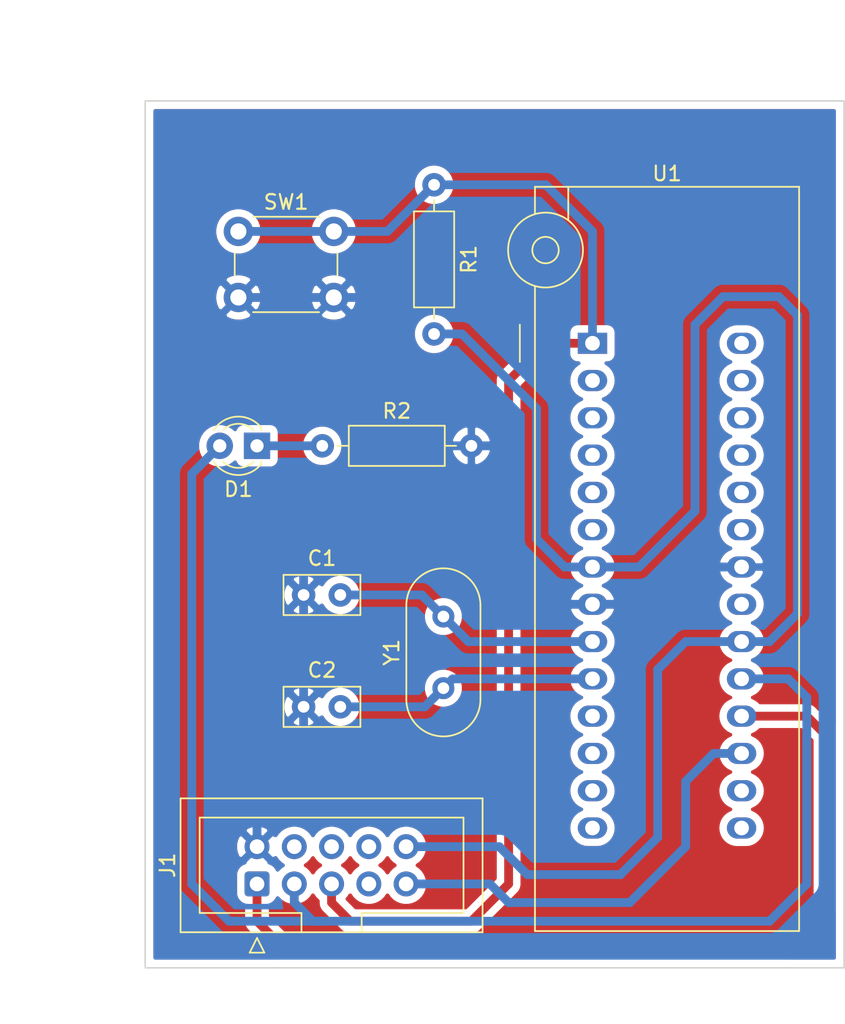
<source format=kicad_pcb>
(kicad_pcb (version 20221018) (generator pcbnew)
  (title_block (title "ATMEGA328 MINIMO") (date "2021-07-27") (rev "1") (company "LUCAS MARTÍN TRESER"))
  (layers (0 "F.Cu" signal) (31 "B.Cu" signal) (34 "B.Paste" user) (35 "F.Paste" user) (36 "B.SilkS" user "B.Silkscreen") (37 "F.SilkS" user "F.Silkscreen") (38 "B.Mask" user) (39 "F.Mask" user) (44 "Edge.Cuts" user))
  (net 0 "")
  (net 1 "Net-(C1-Pad2)")
  (net 2 "GND")
  (net 3 "Net-(C2-Pad2)")
  (net 4 "/D13")
  (net 5 "Net-(D1-Pad1)")
  (net 6 "+5V")
  (net 7 "Net-(J1-Pad8)")
  (net 8 "Net-(J1-Pad6)")
  (net 9 "Net-(J1-Pad4)")
  (net 10 "/D11")
  (net 11 "Net-(J1-Pad7)")
  (net 12 "/RST")
  (net 13 "/D12")
  (net 14 "/A5")
  (net 15 "/D8")
  (net 16 "/A4")
  (net 17 "/D7")
  (net 18 "/A3")
  (net 19 "/D6")
  (net 20 "/A2")
  (net 21 "/D5")
  (net 22 "/A1")
  (net 23 "/A0")
  (net 24 "/AREF")
  (net 25 "/D4")
  (net 26 "/D3")
  (net 27 "/D2")
  (net 28 "/D1")
  (net 29 "/D10")
  (net 30 "/D0")
  (net 31 "/D9")
  (footprint "Capacitor_THT:C_Disc_D5.0mm_W2.5mm_P2.50mm" (layer "F.Cu") (at 134.62 92.71)
    (fp_text reference "C1" (at 1.25 -2.5) (layer "F.SilkS"))
    (fp_text value "22pF")
    (fp_line (start -1.37 -1.37) (end -1.37 1.37) (stroke (width 0.12)) (layer "F.SilkS"))
    (fp_line (start -1.37 -1.37) (end 3.87 -1.37) (stroke (width 0.12)) (layer "F.SilkS"))
    (fp_line (start -1.37 1.37) (end 3.87 1.37) (stroke (width 0.12)) (layer "F.SilkS"))
    (fp_line (start 3.87 -1.37) (end 3.87 1.37) (stroke (width 0.12)) (layer "F.SilkS"))
    (pad "1" thru_hole circle (at 0 0) (size 1.6 1.6) (drill 0.8) (layers "*.Cu" "*.Mask") (net 2 "GND"))
    (pad "2" thru_hole circle (at 2.5 0) (size 1.6 1.6) (drill 0.8) (layers "*.Cu" "*.Mask") (net 1 "Net-(C1-Pad2)"))
  )
  (footprint "Capacitor_THT:C_Disc_D5.0mm_W2.5mm_P2.50mm" (layer "F.Cu") (at 134.62 100.33)
    (fp_text reference "C2" (at 1.25 -2.5) (layer "F.SilkS"))
    (fp_text value "22pF")
    (fp_line (start -1.37 -1.37) (end -1.37 1.37) (stroke (width 0.12)) (layer "F.SilkS"))
    (fp_line (start -1.37 -1.37) (end 3.87 -1.37) (stroke (width 0.12)) (layer "F.SilkS"))
    (fp_line (start -1.37 1.37) (end 3.87 1.37) (stroke (width 0.12)) (layer "F.SilkS"))
    (fp_line (start 3.87 -1.37) (end 3.87 1.37) (stroke (width 0.12)) (layer "F.SilkS"))
    (pad "1" thru_hole circle (at 0 0) (size 1.6 1.6) (drill 0.8) (layers "*.Cu" "*.Mask") (net 2 "GND"))
    (pad "2" thru_hole circle (at 2.5 0) (size 1.6 1.6) (drill 0.8) (layers "*.Cu" "*.Mask") (net 3 "Net-(C2-Pad2)"))
  )
  (footprint "LED_THT:LED_D3.0mm" (layer "F.Cu") (at 131.445 82.55 180)
    (fp_text reference "D1" (at 1.27 -2.96) (layer "F.SilkS"))
    (fp_text value "LED")
    (fp_line (start -0.29 -1.236) (end -0.29 -1.08) (stroke (width 0.12)) (layer "F.SilkS"))
    (fp_line (start -0.29 1.08) (end -0.29 1.236) (stroke (width 0.12)) (layer "F.SilkS"))
    (fp_arc (start -0.29 -1.235516) (mid 1.366487 -1.987659) (end 2.942335 -1.078608) (stroke (width 0.12)) (layer "F.SilkS"))
    (fp_arc (start 0.229039 -1.08) (mid 1.270117 -1.5) (end 2.31113 -1.079837) (stroke (width 0.12)) (layer "F.SilkS"))
    (fp_arc (start 2.31113 1.079837) (mid 1.270117 1.5) (end 0.229039 1.08) (stroke (width 0.12)) (layer "F.SilkS"))
    (fp_arc (start 2.942335 1.078608) (mid 1.366487 1.987659) (end -0.29 1.235516) (stroke (width 0.12)) (layer "F.SilkS"))
    (pad "1" thru_hole rect (at 0 0 180) (size 1.8 1.8) (drill 0.9) (layers "*.Cu" "*.Mask") (net 5 "Net-(D1-Pad1)"))
    (pad "2" thru_hole circle (at 2.54 0 180) (size 1.8 1.8) (drill 0.9) (layers "*.Cu" "*.Mask") (net 4 "/D13"))
  )
  (footprint "Connector_IDC:IDC-Header_2x05_P2.54mm_Vertical" (layer "F.Cu") (at 131.445 112.395 90)
    (fp_text reference "J1" (at 1.27 -6.1 90) (layer "F.SilkS"))
    (fp_text value "ISP")
    (fp_line (start -4.68 -0.5) (end -4.68 0.5) (stroke (width 0.12)) (layer "F.SilkS"))
    (fp_line (start -4.68 0.5) (end -3.68 0) (stroke (width 0.12)) (layer "F.SilkS"))
    (fp_line (start -3.68 0) (end -4.68 -0.5) (stroke (width 0.12)) (layer "F.SilkS"))
    (fp_line (start -3.29 -5.21) (end 5.83 -5.21) (stroke (width 0.12)) (layer "F.SilkS"))
    (fp_line (start -3.29 3.03) (end -1.98 3.03) (stroke (width 0.12)) (layer "F.SilkS"))
    (fp_line (start -3.29 15.37) (end -3.29 -5.21) (stroke (width 0.12)) (layer "F.SilkS"))
    (fp_line (start -1.98 -3.91) (end 4.52 -3.91) (stroke (width 0.12)) (layer "F.SilkS"))
    (fp_line (start -1.98 3.03) (end -1.98 -3.91) (stroke (width 0.12)) (layer "F.SilkS"))
    (fp_line (start -1.98 7.13) (end -3.29 7.13) (stroke (width 0.12)) (layer "F.SilkS"))
    (fp_line (start -1.98 7.13) (end -1.98 7.13) (stroke (width 0.12)) (layer "F.SilkS"))
    (fp_line (start -1.98 14.07) (end -1.98 7.13) (stroke (width 0.12)) (layer "F.SilkS"))
    (fp_line (start 4.52 -3.91) (end 4.52 14.07) (stroke (width 0.12)) (layer "F.SilkS"))
    (fp_line (start 4.52 14.07) (end -1.98 14.07) (stroke (width 0.12)) (layer "F.SilkS"))
    (fp_line (start 5.83 -5.21) (end 5.83 15.37) (stroke (width 0.12)) (layer "F.SilkS"))
    (fp_line (start 5.83 15.37) (end -3.29 15.37) (stroke (width 0.12)) (layer "F.SilkS"))
    (pad "1" thru_hole roundrect (at 0 0 90) (size 1.7 1.7) (drill 1) (layers "*.Cu" "*.Mask") (roundrect_rratio 0.147059) (net 13 "/D12"))
    (pad "2" thru_hole circle (at 2.54 0 90) (size 1.7 1.7) (drill 1) (layers "*.Cu" "*.Mask") (net 2 "GND"))
    (pad "3" thru_hole circle (at 0 2.54 90) (size 1.7 1.7) (drill 1) (layers "*.Cu" "*.Mask") (net 4 "/D13"))
    (pad "4" thru_hole circle (at 2.54 2.54 90) (size 1.7 1.7) (drill 1) (layers "*.Cu" "*.Mask") (net 9 "Net-(J1-Pad4)"))
    (pad "5" thru_hole circle (at 0 5.08 90) (size 1.7 1.7) (drill 1) (layers "*.Cu" "*.Mask") (net 12 "/RST"))
    (pad "6" thru_hole circle (at 2.54 5.08 90) (size 1.7 1.7) (drill 1) (layers "*.Cu" "*.Mask") (net 8 "Net-(J1-Pad6)"))
    (pad "7" thru_hole circle (at 0 7.62 90) (size 1.7 1.7) (drill 1) (layers "*.Cu" "*.Mask") (net 11 "Net-(J1-Pad7)"))
    (pad "8" thru_hole circle (at 2.54 7.62 90) (size 1.7 1.7) (drill 1) (layers "*.Cu" "*.Mask") (net 7 "Net-(J1-Pad8)"))
    (pad "9" thru_hole circle (at 0 10.16 90) (size 1.7 1.7) (drill 1) (layers "*.Cu" "*.Mask") (net 10 "/D11"))
    (pad "10" thru_hole circle (at 2.54 10.16 90) (size 1.7 1.7) (drill 1) (layers "*.Cu" "*.Mask") (net 6 "+5V"))
  )
  (footprint "Socket:DIP_Socket-28_W6.9_W7.62_W10.16_W12.7_W13.5_3M_228-4817-00-0602J" (layer "F.Cu") (at 154.305 75.565)
    (fp_text reference "U1" (at 5.08 -11.56) (layer "F.SilkS"))
    (fp_text value "ATmega328-P")
    (fp_line (start -4.95 1.27) (end -4.95 -1.27) (stroke (width 0.12)) (layer "F.SilkS"))
    (fp_line (start -3.92 -10.66) (end -3.92 -8.8) (stroke (width 0.12)) (layer "F.SilkS"))
    (fp_line (start -3.92 -3.9) (end -3.92 40.04) (stroke (width 0.12)) (layer "F.SilkS"))
    (fp_line (start -3.92 40.04) (end 14.08 40.04) (stroke (width 0.12)) (layer "F.SilkS"))
    (fp_line (start -1.65 -10.66) (end -1.65 -8.4) (stroke (width 0.12)) (layer "F.SilkS"))
    (fp_line (start 14.08 -10.66) (end -3.92 -10.66) (stroke (width 0.12)) (layer "F.SilkS"))
    (fp_line (start 14.08 40.04) (end 14.08 -10.66) (stroke (width 0.12)) (layer "F.SilkS"))
    (fp_circle (center -3.2 -6.35) (end -2.3 -6.35) (stroke (width 0.12)) (fill none) (layer "F.SilkS"))
    (fp_circle (center -3.2 -6.35) (end -0.65 -6.35) (stroke (width 0.12)) (fill none) (layer "F.SilkS"))
    (pad "1" thru_hole rect (at 0 0) (size 2 1.44) (drill 1) (layers "*.Cu" "*.Mask") (net 12 "/RST"))
    (pad "2" thru_hole oval (at 0 2.54) (size 2 1.44) (drill 1) (layers "*.Cu" "*.Mask") (net 30 "/D0"))
    (pad "3" thru_hole oval (at 0 5.08) (size 2 1.44) (drill 1) (layers "*.Cu" "*.Mask") (net 28 "/D1"))
    (pad "4" thru_hole oval (at 0 7.62) (size 2 1.44) (drill 1) (layers "*.Cu" "*.Mask") (net 27 "/D2"))
    (pad "5" thru_hole oval (at 0 10.16) (size 2 1.44) (drill 1) (layers "*.Cu" "*.Mask") (net 26 "/D3"))
    (pad "6" thru_hole oval (at 0 12.7) (size 2 1.44) (drill 1) (layers "*.Cu" "*.Mask") (net 25 "/D4"))
    (pad "7" thru_hole oval (at 0 15.24) (size 2 1.44) (drill 1) (layers "*.Cu" "*.Mask") (net 6 "+5V"))
    (pad "8" thru_hole oval (at 0 17.78) (size 2 1.44) (drill 1) (layers "*.Cu" "*.Mask") (net 2 "GND"))
    (pad "9" thru_hole oval (at 0 20.32) (size 2 1.44) (drill 1) (layers "*.Cu" "*.Mask") (net 1 "Net-(C1-Pad2)"))
    (pad "10" thru_hole oval (at 0 22.86) (size 2 1.44) (drill 1) (layers "*.Cu" "*.Mask") (net 3 "Net-(C2-Pad2)"))
    (pad "11" thru_hole oval (at 0 25.4) (size 2 1.44) (drill 1) (layers "*.Cu" "*.Mask") (net 21 "/D5"))
    (pad "12" thru_hole oval (at 0 27.94) (size 2 1.44) (drill 1) (layers "*.Cu" "*.Mask") (net 19 "/D6"))
    (pad "13" thru_hole oval (at 0 30.48) (size 2 1.44) (drill 1) (layers "*.Cu" "*.Mask") (net 17 "/D7"))
    (pad "14" thru_hole oval (at 0 33.02) (size 2 1.44) (drill 1) (layers "*.Cu" "*.Mask") (net 15 "/D8"))
    (pad "15" thru_hole oval (at 10.16 33.02) (size 2 1.44) (drill 1) (layers "*.Cu" "*.Mask") (net 31 "/D9"))
    (pad "16" thru_hole oval (at 10.16 30.48) (size 2 1.44) (drill 1) (layers "*.Cu" "*.Mask") (net 29 "/D10"))
    (pad "17" thru_hole oval (at 10.16 27.94) (size 2 1.44) (drill 1) (layers "*.Cu" "*.Mask") (net 10 "/D11"))
    (pad "18" thru_hole oval (at 10.16 25.4) (size 2 1.44) (drill 1) (layers "*.Cu" "*.Mask") (net 13 "/D12"))
    (pad "19" thru_hole oval (at 10.16 22.86) (size 2 1.44) (drill 1) (layers "*.Cu" "*.Mask") (net 4 "/D13"))
    (pad "20" thru_hole oval (at 10.16 20.32) (size 2 1.44) (drill 1) (layers "*.Cu" "*.Mask") (net 6 "+5V"))
    (pad "21" thru_hole oval (at 10.16 17.78) (size 2 1.44) (drill 1) (layers "*.Cu" "*.Mask") (net 24 "/AREF"))
    (pad "22" thru_hole oval (at 10.16 15.24) (size 2 1.44) (drill 1) (layers "*.Cu" "*.Mask") (net 2 "GND"))
    (pad "23" thru_hole oval (at 10.16 12.7) (size 2 1.44) (drill 1) (layers "*.Cu" "*.Mask") (net 23 "/A0"))
    (pad "24" thru_hole oval (at 10.16 10.16) (size 2 1.44) (drill 1) (layers "*.Cu" "*.Mask") (net 22 "/A1"))
    (pad "25" thru_hole oval (at 10.16 7.62) (size 2 1.44) (drill 1) (layers "*.Cu" "*.Mask") (net 20 "/A2"))
    (pad "26" thru_hole oval (at 10.16 5.08) (size 2 1.44) (drill 1) (layers "*.Cu" "*.Mask") (net 18 "/A3"))
    (pad "27" thru_hole oval (at 10.16 2.54) (size 2 1.44) (drill 1) (layers "*.Cu" "*.Mask") (net 16 "/A4"))
    (pad "28" thru_hole oval (at 10.16 0) (size 2 1.44) (drill 1) (layers "*.Cu" "*.Mask") (net 14 "/A5"))
  )
  (footprint "Crystal:Crystal_HC49-4H_Vertical" (layer "F.Cu") (at 144.145 99.06 90)
    (fp_text reference "Y1" (at 2.44 -3.525 90) (layer "F.SilkS"))
    (fp_text value "16MHz")
    (fp_line (start -0.76 -2.525) (end 5.64 -2.525) (stroke (width 0.12)) (layer "F.SilkS"))
    (fp_line (start -0.76 2.525) (end 5.64 2.525) (stroke (width 0.12)) (layer "F.SilkS"))
    (fp_arc (start -0.76 2.525) (mid -3.285 0) (end -0.76 -2.525) (stroke (width 0.12)) (layer "F.SilkS"))
    (fp_arc (start 5.64 -2.525) (mid 8.165 0) (end 5.64 2.525) (stroke (width 0.12)) (layer "F.SilkS"))
    (pad "1" thru_hole circle (at 0 0 90) (size 1.5 1.5) (drill 0.8) (layers "*.Cu" "*.Mask") (net 3 "Net-(C2-Pad2)"))
    (pad "2" thru_hole circle (at 4.88 0 90) (size 1.5 1.5) (drill 0.8) (layers "*.Cu" "*.Mask") (net 1 "Net-(C1-Pad2)"))
  )
  (footprint "Resistor_THT:R_Axial_DIN0207_L6.3mm_D2.5mm_P10.16mm_Horizontal" (layer "F.Cu") (at 143.51 64.77 -90)
    (fp_text reference "R1" (at 5.08 -2.37 90) (layer "F.SilkS"))
    (fp_text value "10k")
    (fp_line (start 1.04 0) (end 1.81 0) (stroke (width 0.12)) (layer "F.SilkS"))
    (fp_line (start 1.81 -1.37) (end 1.81 1.37) (stroke (width 0.12)) (layer "F.SilkS"))
    (fp_line (start 1.81 1.37) (end 8.35 1.37) (stroke (width 0.12)) (layer "F.SilkS"))
    (fp_line (start 8.35 -1.37) (end 1.81 -1.37) (stroke (width 0.12)) (layer "F.SilkS"))
    (fp_line (start 8.35 1.37) (end 8.35 -1.37) (stroke (width 0.12)) (layer "F.SilkS"))
    (fp_line (start 9.12 0) (end 8.35 0) (stroke (width 0.12)) (layer "F.SilkS"))
    (pad "1" thru_hole circle (at 0 0 270) (size 1.6 1.6) (drill 0.8) (layers "*.Cu" "*.Mask") (net 12 "/RST"))
    (pad "2" thru_hole oval (at 10.16 0 270) (size 1.6 1.6) (drill 0.8) (layers "*.Cu" "*.Mask") (net 6 "+5V"))
  )
  (footprint "Resistor_THT:R_Axial_DIN0207_L6.3mm_D2.5mm_P10.16mm_Horizontal" (layer "F.Cu") (at 135.89 82.55)
    (fp_text reference "R2" (at 5.08 -2.37) (layer "F.SilkS"))
    (fp_text value "220")
    (fp_line (start 1.04 0) (end 1.81 0) (stroke (width 0.12)) (layer "F.SilkS"))
    (fp_line (start 1.81 -1.37) (end 1.81 1.37) (stroke (width 0.12)) (layer "F.SilkS"))
    (fp_line (start 1.81 1.37) (end 8.35 1.37) (stroke (width 0.12)) (layer "F.SilkS"))
    (fp_line (start 8.35 -1.37) (end 1.81 -1.37) (stroke (width 0.12)) (layer "F.SilkS"))
    (fp_line (start 8.35 1.37) (end 8.35 -1.37) (stroke (width 0.12)) (layer "F.SilkS"))
    (fp_line (start 9.12 0) (end 8.35 0) (stroke (width 0.12)) (layer "F.SilkS"))
    (pad "1" thru_hole circle (at 0 0) (size 1.6 1.6) (drill 0.8) (layers "*.Cu" "*.Mask") (net 5 "Net-(D1-Pad1)"))
    (pad "2" thru_hole oval (at 10.16 0) (size 1.6 1.6) (drill 0.8) (layers "*.Cu" "*.Mask") (net 2 "GND"))
  )
  (footprint "Button_Switch_THT:SW_PUSH_6mm_H5mm" (layer "F.Cu") (at 130.175 67.945)
    (fp_text reference "SW1" (at 3.25 -2) (layer "F.SilkS"))
    (fp_text value "SW_Push")
    (fp_line (start -0.25 1.5) (end -0.25 3) (stroke (width 0.12)) (layer "F.SilkS"))
    (fp_line (start 1 5.5) (end 5.5 5.5) (stroke (width 0.12)) (layer "F.SilkS"))
    (fp_line (start 5.5 -1) (end 1 -1) (stroke (width 0.12)) (layer "F.SilkS"))
    (fp_line (start 6.75 3) (end 6.75 1.5) (stroke (width 0.12)) (layer "F.SilkS"))
    (pad "1" thru_hole circle (at 0 0 90) (size 2 2) (drill 1.1) (layers "*.Cu" "*.Mask") (net 12 "/RST"))
    (pad "1" thru_hole circle (at 6.5 0 90) (size 2 2) (drill 1.1) (layers "*.Cu" "*.Mask") (net 12 "/RST"))
    (pad "2" thru_hole circle (at 0 4.5 90) (size 2 2) (drill 1.1) (layers "*.Cu" "*.Mask") (net 2 "GND"))
    (pad "2" thru_hole circle (at 6.5 4.5 90) (size 2 2) (drill 1.1) (layers "*.Cu" "*.Mask") (net 2 "GND"))
  )
  (gr_line (start 123.825 59.055) (end 171.45 59.055) (stroke (width 0.1)) (layer "Edge.Cuts"))
  (gr_line (start 171.45 59.055) (end 171.45 118.11) (stroke (width 0.1)) (layer "Edge.Cuts"))
  (gr_line (start 123.825 118.11) (end 123.825 59.055) (stroke (width 0.1)) (layer "Edge.Cuts"))
  (gr_line (start 171.45 118.11) (end 123.825 118.11) (stroke (width 0.1)) (layer "Edge.Cuts"))
  (segment (start 154.305 95.885) (end 145.85 95.885) (width 0.6) (layer "B.Cu") (net 1))
  (segment (start 142.675 92.71) (end 144.145 94.18) (width 0.6) (layer "B.Cu") (net 1))
  (segment (start 137.12 92.71) (end 142.675 92.71) (width 0.6) (layer "B.Cu") (net 1))
  (segment (start 145.85 95.885) (end 144.145 94.18) (width 0.6) (layer "B.Cu") (net 1))
  (segment (start 154.305 93.345) (end 158.115 93.345) (width 0.6) (layer "B.Cu") (net 2))
  (segment (start 134.62 87.63) (end 134.62 92.71) (width 0.6) (layer "B.Cu") (net 2))
  (segment (start 151.765 93.345) (end 154.305 93.345) (width 0.6) (layer "B.Cu") (net 2))
  (segment (start 131.445 106.68) (end 131.445 109.855) (width 0.6) (layer "B.Cu") (net 2))
  (segment (start 134.62 103.505) (end 131.445 106.68) (width 0.6) (layer "B.Cu") (net 2))
  (segment (start 136.675 72.445) (end 130.175 72.445) (width 0.6) (layer "B.Cu") (net 2))
  (segment (start 139.7 73.66) (end 139.7 82.55) (width 0.6) (layer "B.Cu") (net 2))
  (segment (start 134.62 100.33) (end 134.62 103.505) (width 0.6) (layer "B.Cu") (net 2))
  (segment (start 148.59 90.17) (end 151.765 93.345) (width 0.6) (layer "B.Cu") (net 2))
  (segment (start 158.115 93.345) (end 160.655 90.805) (width 0.6) (layer "B.Cu") (net 2))
  (segment (start 146.05 82.55) (end 139.7 82.55) (width 0.6) (layer "B.Cu") (net 2))
  (segment (start 136.675 72.445) (end 138.485 72.445) (width 0.6) (layer "B.Cu") (net 2))
  (segment (start 134.62 92.71) (end 134.62 100.33) (width 0.6) (layer "B.Cu") (net 2))
  (segment (start 138.485 72.445) (end 139.7 73.66) (width 0.6) (layer "B.Cu") (net 2))
  (segment (start 139.7 82.55) (end 134.62 87.63) (width 0.6) (layer "B.Cu") (net 2))
  (segment (start 146.05 82.55) (end 147.955 82.55) (width 0.6) (layer "B.Cu") (net 2))
  (segment (start 148.59 83.185) (end 148.59 90.17) (width 0.6) (layer "B.Cu") (net 2))
  (segment (start 147.955 82.55) (end 148.59 83.185) (width 0.6) (layer "B.Cu") (net 2))
  (segment (start 160.655 90.805) (end 164.465 90.805) (width 0.6) (layer "B.Cu") (net 2))
  (segment (start 144.78 98.425) (end 144.145 99.06) (width 0.6) (layer "B.Cu") (net 3))
  (segment (start 154.305 98.425) (end 144.78 98.425) (width 0.6) (layer "B.Cu") (net 3))
  (segment (start 137.12 100.33) (end 142.875 100.33) (width 0.6) (layer "B.Cu") (net 3))
  (segment (start 142.875 100.33) (end 144.145 99.06) (width 0.6) (layer "B.Cu") (net 3))
  (segment (start 129.54 114.935) (end 135.89 114.935) (width 0.6) (layer "B.Cu") (net 4))
  (segment (start 135.89 114.935) (end 166.37 114.935) (width 0.6) (layer "B.Cu") (net 4))
  (segment (start 133.985 112.395) (end 133.985 113.665) (width 0.6) (layer "B.Cu") (net 4))
  (segment (start 127 84.455) (end 127 112.395) (width 0.6) (layer "B.Cu") (net 4))
  (segment (start 168.91 112.395) (end 168.91 99.695) (width 0.6) (layer "B.Cu") (net 4))
  (segment (start 127 112.395) (end 129.54 114.935) (width 0.6) (layer "B.Cu") (net 4))
  (segment (start 135.255 114.935) (end 135.89 114.935) (width 0.6) (layer "B.Cu") (net 4))
  (segment (start 167.64 98.425) (end 164.465 98.425) (width 0.6) (layer "B.Cu") (net 4))
  (segment (start 168.91 99.695) (end 167.64 98.425) (width 0.6) (layer "B.Cu") (net 4))
  (segment (start 128.905 82.55) (end 127 84.455) (width 0.6) (layer "B.Cu") (net 4))
  (segment (start 133.985 113.665) (end 135.255 114.935) (width 0.6) (layer "B.Cu") (net 4))
  (segment (start 166.37 114.935) (end 168.91 112.395) (width 0.6) (layer "B.Cu") (net 4))
  (segment (start 131.445 82.55) (end 135.89 82.55) (width 0.6) (layer "B.Cu") (net 5))
  (segment (start 156.21 111.76) (end 158.75 109.22) (width 0.6) (layer "B.Cu") (net 6))
  (segment (start 168.275 73.66) (end 168.275 93.98) (width 0.6) (layer "B.Cu") (net 6))
  (segment (start 161.29 86.995) (end 161.29 74.295) (width 0.6) (layer "B.Cu") (net 6))
  (segment (start 145.415 74.93) (end 150.495 80.01) (width 0.6) (layer "B.Cu") (net 6))
  (segment (start 158.75 109.22) (end 158.75 97.79) (width 0.6) (layer "B.Cu") (net 6))
  (segment (start 141.605 109.855) (end 147.955 109.855) (width 0.6) (layer "B.Cu") (net 6))
  (segment (start 163.195 72.39) (end 167.005 72.39) (width 0.6) (layer "B.Cu") (net 6))
  (segment (start 161.29 74.295) (end 163.195 72.39) (width 0.6) (layer "B.Cu") (net 6))
  (segment (start 150.495 80.01) (end 150.495 88.9) (width 0.6) (layer "B.Cu") (net 6))
  (segment (start 154.305 90.805) (end 157.48 90.805) (width 0.6) (layer "B.Cu") (net 6))
  (segment (start 167.005 72.39) (end 168.275 73.66) (width 0.6) (layer "B.Cu") (net 6))
  (segment (start 160.655 95.885) (end 164.465 95.885) (width 0.6) (layer "B.Cu") (net 6))
  (segment (start 147.955 109.855) (end 149.86 111.76) (width 0.6) (layer "B.Cu") (net 6))
  (segment (start 150.495 88.9) (end 152.4 90.805) (width 0.6) (layer "B.Cu") (net 6))
  (segment (start 158.75 97.79) (end 160.655 95.885) (width 0.6) (layer "B.Cu") (net 6))
  (segment (start 152.4 90.805) (end 154.305 90.805) (width 0.6) (layer "B.Cu") (net 6))
  (segment (start 166.37 95.885) (end 164.465 95.885) (width 0.6) (layer "B.Cu") (net 6))
  (segment (start 157.48 90.805) (end 161.29 86.995) (width 0.6) (layer "B.Cu") (net 6))
  (segment (start 143.51 74.93) (end 145.415 74.93) (width 0.6) (layer "B.Cu") (net 6))
  (segment (start 149.86 111.76) (end 156.21 111.76) (width 0.6) (layer "B.Cu") (net 6))
  (segment (start 168.275 93.98) (end 166.37 95.885) (width 0.6) (layer "B.Cu") (net 6))
  (segment (start 141.605 112.395) (end 147.32 112.395) (width 0.6) (layer "B.Cu") (net 10))
  (segment (start 160.655 105.41) (end 162.56 103.505) (width 0.6) (layer "B.Cu") (net 10))
  (segment (start 162.56 103.505) (end 164.465 103.505) (width 0.6) (layer "B.Cu") (net 10))
  (segment (start 147.32 112.395) (end 148.59 113.665) (width 0.6) (layer "B.Cu") (net 10))
  (segment (start 160.655 109.855) (end 160.655 105.41) (width 0.6) (layer "B.Cu") (net 10))
  (segment (start 148.59 113.665) (end 156.845 113.665) (width 0.6) (layer "B.Cu") (net 10))
  (segment (start 156.845 113.665) (end 160.655 109.855) (width 0.6) (layer "B.Cu") (net 10))
  (segment (start 136.525 112.395) (end 136.525 113.665) (width 0.6) (layer "F.Cu") (net 12))
  (segment (start 136.525 113.665) (end 137.795 114.935) (width 0.6) (layer "F.Cu") (net 12))
  (segment (start 146.05 114.935) (end 148.59 112.395) (width 0.6) (layer "F.Cu") (net 12))
  (segment (start 151.13 75.565) (end 154.305 75.565) (width 0.6) (layer "F.Cu") (net 12))
  (segment (start 137.795 114.935) (end 146.05 114.935) (width 0.6) (layer "F.Cu") (net 12))
  (segment (start 148.59 78.105) (end 151.13 75.565) (width 0.6) (layer "F.Cu") (net 12))
  (segment (start 148.59 112.395) (end 148.59 78.105) (width 0.6) (layer "F.Cu") (net 12))
  (segment (start 154.305 67.945) (end 151.13 64.77) (width 0.6) (layer "B.Cu") (net 12))
  (segment (start 151.13 64.77) (end 143.51 64.77) (width 0.6) (layer "B.Cu") (net 12))
  (segment (start 130.175 67.945) (end 136.675 67.945) (width 0.6) (layer "B.Cu") (net 12))
  (segment (start 136.675 67.945) (end 140.335 67.945) (width 0.6) (layer "B.Cu") (net 12))
  (segment (start 154.305 75.565) (end 154.305 67.945) (width 0.6) (layer "B.Cu") (net 12))
  (segment (start 140.335 67.945) (end 143.51 64.77) (width 0.6) (layer "B.Cu") (net 12))
  (segment (start 170.18 113.665) (end 170.18 102.235) (width 0.6) (layer "F.Cu") (net 13))
  (segment (start 131.445 114.935) (end 133.35 116.84) (width 0.6) (layer "F.Cu") (net 13))
  (segment (start 133.35 116.84) (end 167.005 116.84) (width 0.6) (layer "F.Cu") (net 13))
  (segment (start 167.005 116.84) (end 170.18 113.665) (width 0.6) (layer "F.Cu") (net 13))
  (segment (start 131.445 112.395) (end 131.445 114.935) (width 0.6) (layer "F.Cu") (net 13))
  (segment (start 168.91 100.965) (end 164.465 100.965) (width 0.6) (layer "F.Cu") (net 13))
  (segment (start 170.18 102.235) (end 168.91 100.965) (width 0.6) (layer "F.Cu") (net 13))
  (zone (net 0) (net_name "") (layer "F.Cu") (connect_pads (clearance 0.508)) (min_thickness 0.254) (fill yes (thermal_gap 0.508) (thermal_bridge_width 0.508))
    (polygon (pts (xy 171.45 118.11) (xy 123.825 118.11) (xy 123.825 59.055) (xy 171.45 59.055)))
  )
  (zone (net 2) (net_name "GND") (layer "B.Cu") (connect_pads (clearance 0.508)) (min_thickness 0.254) (fill yes (thermal_gap 0.508) (thermal_bridge_width 0.508))
    (polygon (pts (xy 171.45 118.11) (xy 123.825 118.11) (xy 123.825 59.055) (xy 171.45 59.055)))
  )
)
</source>
